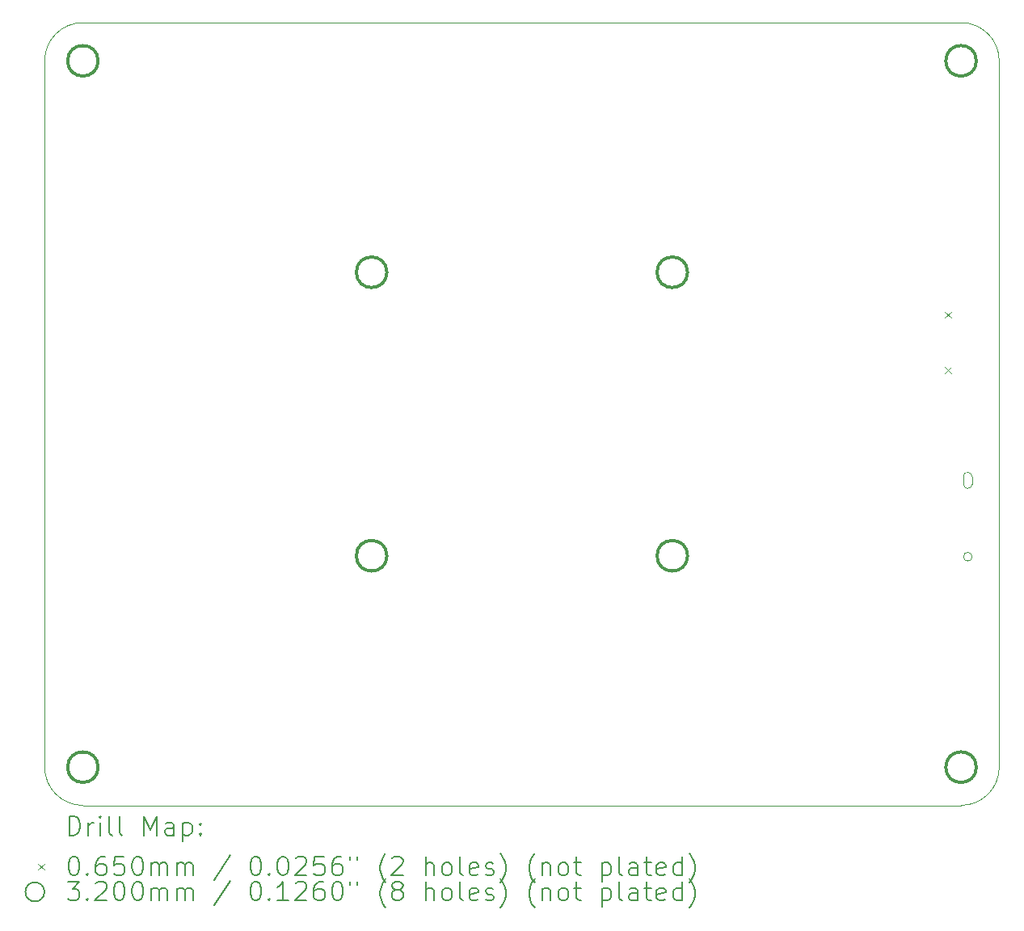
<source format=gbr>
%TF.GenerationSoftware,KiCad,Pcbnew,8.0.6*%
%TF.CreationDate,2025-02-09T14:36:33-03:00*%
%TF.ProjectId,EMBARCADOS - CURSO PCB,454d4241-5243-4414-944f-53202d204355,02*%
%TF.SameCoordinates,Original*%
%TF.FileFunction,Drillmap*%
%TF.FilePolarity,Positive*%
%FSLAX45Y45*%
G04 Gerber Fmt 4.5, Leading zero omitted, Abs format (unit mm)*
G04 Created by KiCad (PCBNEW 8.0.6) date 2025-02-09 14:36:33*
%MOMM*%
%LPD*%
G01*
G04 APERTURE LIST*
%ADD10C,0.050000*%
%ADD11C,0.200000*%
%ADD12C,0.100000*%
%ADD13C,0.320000*%
G04 APERTURE END LIST*
D10*
X10002000Y-10874063D02*
X10002000Y-3474062D01*
X19602000Y-3074062D02*
G75*
G02*
X20001998Y-3474062I0J-399998D01*
G01*
X10402000Y-3074062D02*
X19602000Y-3074062D01*
X19602000Y-11274062D02*
X10402000Y-11274062D01*
X10402000Y-11274062D02*
G75*
G02*
X10001998Y-10874063I0J400002D01*
G01*
X10002000Y-3474062D02*
G75*
G02*
X10402000Y-3074060I400000J3D01*
G01*
X20002000Y-10874063D02*
G75*
G02*
X19602000Y-11274060I-400000J3D01*
G01*
X20002000Y-3474062D02*
X20002000Y-10874063D01*
X13587000Y-5689062D02*
G75*
G02*
X13267000Y-5689062I-160000J0D01*
G01*
X13267000Y-5689062D02*
G75*
G02*
X13587000Y-5689062I160000J0D01*
G01*
X13587000Y-8659063D02*
G75*
G02*
X13267000Y-8659063I-160000J0D01*
G01*
X13267000Y-8659063D02*
G75*
G02*
X13587000Y-8659063I160000J0D01*
G01*
X16737000Y-5689062D02*
G75*
G02*
X16417000Y-5689062I-160000J0D01*
G01*
X16417000Y-5689062D02*
G75*
G02*
X16737000Y-5689062I160000J0D01*
G01*
X16737000Y-8659063D02*
G75*
G02*
X16417000Y-8659063I-160000J0D01*
G01*
X16417000Y-8659063D02*
G75*
G02*
X16737000Y-8659063I160000J0D01*
G01*
X19627000Y-7909062D02*
X19627000Y-7829062D01*
X19717000Y-7829062D02*
X19717000Y-7909062D01*
X19627000Y-7829062D02*
G75*
G02*
X19717000Y-7829062I45000J0D01*
G01*
X19717000Y-7909062D02*
G75*
G02*
X19627000Y-7909062I-45000J0D01*
G01*
X19717000Y-8669063D02*
G75*
G02*
X19627000Y-8669063I-45000J0D01*
G01*
X19627000Y-8669063D02*
G75*
G02*
X19717000Y-8669063I45000J0D01*
G01*
D11*
D12*
X19434000Y-6102562D02*
X19499000Y-6167562D01*
X19499000Y-6102562D02*
X19434000Y-6167562D01*
X19434000Y-6680562D02*
X19499000Y-6745562D01*
X19499000Y-6680562D02*
X19434000Y-6745562D01*
D13*
X10562000Y-3474062D02*
G75*
G02*
X10242000Y-3474062I-160000J0D01*
G01*
X10242000Y-3474062D02*
G75*
G02*
X10562000Y-3474062I160000J0D01*
G01*
X10562000Y-10874063D02*
G75*
G02*
X10242000Y-10874063I-160000J0D01*
G01*
X10242000Y-10874063D02*
G75*
G02*
X10562000Y-10874063I160000J0D01*
G01*
X13587000Y-5689062D02*
G75*
G02*
X13267000Y-5689062I-160000J0D01*
G01*
X13267000Y-5689062D02*
G75*
G02*
X13587000Y-5689062I160000J0D01*
G01*
X13587000Y-8659063D02*
G75*
G02*
X13267000Y-8659063I-160000J0D01*
G01*
X13267000Y-8659063D02*
G75*
G02*
X13587000Y-8659063I160000J0D01*
G01*
X16737000Y-5689062D02*
G75*
G02*
X16417000Y-5689062I-160000J0D01*
G01*
X16417000Y-5689062D02*
G75*
G02*
X16737000Y-5689062I160000J0D01*
G01*
X16737000Y-8659063D02*
G75*
G02*
X16417000Y-8659063I-160000J0D01*
G01*
X16417000Y-8659063D02*
G75*
G02*
X16737000Y-8659063I160000J0D01*
G01*
X19762000Y-3474062D02*
G75*
G02*
X19442000Y-3474062I-160000J0D01*
G01*
X19442000Y-3474062D02*
G75*
G02*
X19762000Y-3474062I160000J0D01*
G01*
X19762000Y-10874063D02*
G75*
G02*
X19442000Y-10874063I-160000J0D01*
G01*
X19442000Y-10874063D02*
G75*
G02*
X19762000Y-10874063I160000J0D01*
G01*
D11*
X10260277Y-11588046D02*
X10260277Y-11388046D01*
X10260277Y-11388046D02*
X10307896Y-11388046D01*
X10307896Y-11388046D02*
X10336467Y-11397570D01*
X10336467Y-11397570D02*
X10355515Y-11416618D01*
X10355515Y-11416618D02*
X10365039Y-11435665D01*
X10365039Y-11435665D02*
X10374563Y-11473760D01*
X10374563Y-11473760D02*
X10374563Y-11502332D01*
X10374563Y-11502332D02*
X10365039Y-11540427D01*
X10365039Y-11540427D02*
X10355515Y-11559475D01*
X10355515Y-11559475D02*
X10336467Y-11578522D01*
X10336467Y-11578522D02*
X10307896Y-11588046D01*
X10307896Y-11588046D02*
X10260277Y-11588046D01*
X10460277Y-11588046D02*
X10460277Y-11454713D01*
X10460277Y-11492808D02*
X10469801Y-11473760D01*
X10469801Y-11473760D02*
X10479324Y-11464237D01*
X10479324Y-11464237D02*
X10498372Y-11454713D01*
X10498372Y-11454713D02*
X10517420Y-11454713D01*
X10584086Y-11588046D02*
X10584086Y-11454713D01*
X10584086Y-11388046D02*
X10574563Y-11397570D01*
X10574563Y-11397570D02*
X10584086Y-11407094D01*
X10584086Y-11407094D02*
X10593610Y-11397570D01*
X10593610Y-11397570D02*
X10584086Y-11388046D01*
X10584086Y-11388046D02*
X10584086Y-11407094D01*
X10707896Y-11588046D02*
X10688848Y-11578522D01*
X10688848Y-11578522D02*
X10679324Y-11559475D01*
X10679324Y-11559475D02*
X10679324Y-11388046D01*
X10812658Y-11588046D02*
X10793610Y-11578522D01*
X10793610Y-11578522D02*
X10784086Y-11559475D01*
X10784086Y-11559475D02*
X10784086Y-11388046D01*
X11041229Y-11588046D02*
X11041229Y-11388046D01*
X11041229Y-11388046D02*
X11107896Y-11530903D01*
X11107896Y-11530903D02*
X11174563Y-11388046D01*
X11174563Y-11388046D02*
X11174563Y-11588046D01*
X11355515Y-11588046D02*
X11355515Y-11483284D01*
X11355515Y-11483284D02*
X11345991Y-11464237D01*
X11345991Y-11464237D02*
X11326943Y-11454713D01*
X11326943Y-11454713D02*
X11288848Y-11454713D01*
X11288848Y-11454713D02*
X11269801Y-11464237D01*
X11355515Y-11578522D02*
X11336467Y-11588046D01*
X11336467Y-11588046D02*
X11288848Y-11588046D01*
X11288848Y-11588046D02*
X11269801Y-11578522D01*
X11269801Y-11578522D02*
X11260277Y-11559475D01*
X11260277Y-11559475D02*
X11260277Y-11540427D01*
X11260277Y-11540427D02*
X11269801Y-11521380D01*
X11269801Y-11521380D02*
X11288848Y-11511856D01*
X11288848Y-11511856D02*
X11336467Y-11511856D01*
X11336467Y-11511856D02*
X11355515Y-11502332D01*
X11450753Y-11454713D02*
X11450753Y-11654713D01*
X11450753Y-11464237D02*
X11469801Y-11454713D01*
X11469801Y-11454713D02*
X11507896Y-11454713D01*
X11507896Y-11454713D02*
X11526943Y-11464237D01*
X11526943Y-11464237D02*
X11536467Y-11473760D01*
X11536467Y-11473760D02*
X11545991Y-11492808D01*
X11545991Y-11492808D02*
X11545991Y-11549951D01*
X11545991Y-11549951D02*
X11536467Y-11568999D01*
X11536467Y-11568999D02*
X11526943Y-11578522D01*
X11526943Y-11578522D02*
X11507896Y-11588046D01*
X11507896Y-11588046D02*
X11469801Y-11588046D01*
X11469801Y-11588046D02*
X11450753Y-11578522D01*
X11631705Y-11568999D02*
X11641229Y-11578522D01*
X11641229Y-11578522D02*
X11631705Y-11588046D01*
X11631705Y-11588046D02*
X11622182Y-11578522D01*
X11622182Y-11578522D02*
X11631705Y-11568999D01*
X11631705Y-11568999D02*
X11631705Y-11588046D01*
X11631705Y-11464237D02*
X11641229Y-11473760D01*
X11641229Y-11473760D02*
X11631705Y-11483284D01*
X11631705Y-11483284D02*
X11622182Y-11473760D01*
X11622182Y-11473760D02*
X11631705Y-11464237D01*
X11631705Y-11464237D02*
X11631705Y-11483284D01*
D12*
X9934500Y-11884062D02*
X9999500Y-11949062D01*
X9999500Y-11884062D02*
X9934500Y-11949062D01*
D11*
X10298372Y-11808046D02*
X10317420Y-11808046D01*
X10317420Y-11808046D02*
X10336467Y-11817570D01*
X10336467Y-11817570D02*
X10345991Y-11827094D01*
X10345991Y-11827094D02*
X10355515Y-11846141D01*
X10355515Y-11846141D02*
X10365039Y-11884237D01*
X10365039Y-11884237D02*
X10365039Y-11931856D01*
X10365039Y-11931856D02*
X10355515Y-11969951D01*
X10355515Y-11969951D02*
X10345991Y-11988999D01*
X10345991Y-11988999D02*
X10336467Y-11998522D01*
X10336467Y-11998522D02*
X10317420Y-12008046D01*
X10317420Y-12008046D02*
X10298372Y-12008046D01*
X10298372Y-12008046D02*
X10279324Y-11998522D01*
X10279324Y-11998522D02*
X10269801Y-11988999D01*
X10269801Y-11988999D02*
X10260277Y-11969951D01*
X10260277Y-11969951D02*
X10250753Y-11931856D01*
X10250753Y-11931856D02*
X10250753Y-11884237D01*
X10250753Y-11884237D02*
X10260277Y-11846141D01*
X10260277Y-11846141D02*
X10269801Y-11827094D01*
X10269801Y-11827094D02*
X10279324Y-11817570D01*
X10279324Y-11817570D02*
X10298372Y-11808046D01*
X10450753Y-11988999D02*
X10460277Y-11998522D01*
X10460277Y-11998522D02*
X10450753Y-12008046D01*
X10450753Y-12008046D02*
X10441229Y-11998522D01*
X10441229Y-11998522D02*
X10450753Y-11988999D01*
X10450753Y-11988999D02*
X10450753Y-12008046D01*
X10631705Y-11808046D02*
X10593610Y-11808046D01*
X10593610Y-11808046D02*
X10574563Y-11817570D01*
X10574563Y-11817570D02*
X10565039Y-11827094D01*
X10565039Y-11827094D02*
X10545991Y-11855665D01*
X10545991Y-11855665D02*
X10536467Y-11893760D01*
X10536467Y-11893760D02*
X10536467Y-11969951D01*
X10536467Y-11969951D02*
X10545991Y-11988999D01*
X10545991Y-11988999D02*
X10555515Y-11998522D01*
X10555515Y-11998522D02*
X10574563Y-12008046D01*
X10574563Y-12008046D02*
X10612658Y-12008046D01*
X10612658Y-12008046D02*
X10631705Y-11998522D01*
X10631705Y-11998522D02*
X10641229Y-11988999D01*
X10641229Y-11988999D02*
X10650753Y-11969951D01*
X10650753Y-11969951D02*
X10650753Y-11922332D01*
X10650753Y-11922332D02*
X10641229Y-11903284D01*
X10641229Y-11903284D02*
X10631705Y-11893760D01*
X10631705Y-11893760D02*
X10612658Y-11884237D01*
X10612658Y-11884237D02*
X10574563Y-11884237D01*
X10574563Y-11884237D02*
X10555515Y-11893760D01*
X10555515Y-11893760D02*
X10545991Y-11903284D01*
X10545991Y-11903284D02*
X10536467Y-11922332D01*
X10831705Y-11808046D02*
X10736467Y-11808046D01*
X10736467Y-11808046D02*
X10726944Y-11903284D01*
X10726944Y-11903284D02*
X10736467Y-11893760D01*
X10736467Y-11893760D02*
X10755515Y-11884237D01*
X10755515Y-11884237D02*
X10803134Y-11884237D01*
X10803134Y-11884237D02*
X10822182Y-11893760D01*
X10822182Y-11893760D02*
X10831705Y-11903284D01*
X10831705Y-11903284D02*
X10841229Y-11922332D01*
X10841229Y-11922332D02*
X10841229Y-11969951D01*
X10841229Y-11969951D02*
X10831705Y-11988999D01*
X10831705Y-11988999D02*
X10822182Y-11998522D01*
X10822182Y-11998522D02*
X10803134Y-12008046D01*
X10803134Y-12008046D02*
X10755515Y-12008046D01*
X10755515Y-12008046D02*
X10736467Y-11998522D01*
X10736467Y-11998522D02*
X10726944Y-11988999D01*
X10965039Y-11808046D02*
X10984086Y-11808046D01*
X10984086Y-11808046D02*
X11003134Y-11817570D01*
X11003134Y-11817570D02*
X11012658Y-11827094D01*
X11012658Y-11827094D02*
X11022182Y-11846141D01*
X11022182Y-11846141D02*
X11031705Y-11884237D01*
X11031705Y-11884237D02*
X11031705Y-11931856D01*
X11031705Y-11931856D02*
X11022182Y-11969951D01*
X11022182Y-11969951D02*
X11012658Y-11988999D01*
X11012658Y-11988999D02*
X11003134Y-11998522D01*
X11003134Y-11998522D02*
X10984086Y-12008046D01*
X10984086Y-12008046D02*
X10965039Y-12008046D01*
X10965039Y-12008046D02*
X10945991Y-11998522D01*
X10945991Y-11998522D02*
X10936467Y-11988999D01*
X10936467Y-11988999D02*
X10926944Y-11969951D01*
X10926944Y-11969951D02*
X10917420Y-11931856D01*
X10917420Y-11931856D02*
X10917420Y-11884237D01*
X10917420Y-11884237D02*
X10926944Y-11846141D01*
X10926944Y-11846141D02*
X10936467Y-11827094D01*
X10936467Y-11827094D02*
X10945991Y-11817570D01*
X10945991Y-11817570D02*
X10965039Y-11808046D01*
X11117420Y-12008046D02*
X11117420Y-11874713D01*
X11117420Y-11893760D02*
X11126944Y-11884237D01*
X11126944Y-11884237D02*
X11145991Y-11874713D01*
X11145991Y-11874713D02*
X11174563Y-11874713D01*
X11174563Y-11874713D02*
X11193610Y-11884237D01*
X11193610Y-11884237D02*
X11203134Y-11903284D01*
X11203134Y-11903284D02*
X11203134Y-12008046D01*
X11203134Y-11903284D02*
X11212658Y-11884237D01*
X11212658Y-11884237D02*
X11231705Y-11874713D01*
X11231705Y-11874713D02*
X11260277Y-11874713D01*
X11260277Y-11874713D02*
X11279324Y-11884237D01*
X11279324Y-11884237D02*
X11288848Y-11903284D01*
X11288848Y-11903284D02*
X11288848Y-12008046D01*
X11384086Y-12008046D02*
X11384086Y-11874713D01*
X11384086Y-11893760D02*
X11393610Y-11884237D01*
X11393610Y-11884237D02*
X11412658Y-11874713D01*
X11412658Y-11874713D02*
X11441229Y-11874713D01*
X11441229Y-11874713D02*
X11460277Y-11884237D01*
X11460277Y-11884237D02*
X11469801Y-11903284D01*
X11469801Y-11903284D02*
X11469801Y-12008046D01*
X11469801Y-11903284D02*
X11479324Y-11884237D01*
X11479324Y-11884237D02*
X11498372Y-11874713D01*
X11498372Y-11874713D02*
X11526943Y-11874713D01*
X11526943Y-11874713D02*
X11545991Y-11884237D01*
X11545991Y-11884237D02*
X11555515Y-11903284D01*
X11555515Y-11903284D02*
X11555515Y-12008046D01*
X11945991Y-11798522D02*
X11774563Y-12055665D01*
X12203134Y-11808046D02*
X12222182Y-11808046D01*
X12222182Y-11808046D02*
X12241229Y-11817570D01*
X12241229Y-11817570D02*
X12250753Y-11827094D01*
X12250753Y-11827094D02*
X12260277Y-11846141D01*
X12260277Y-11846141D02*
X12269801Y-11884237D01*
X12269801Y-11884237D02*
X12269801Y-11931856D01*
X12269801Y-11931856D02*
X12260277Y-11969951D01*
X12260277Y-11969951D02*
X12250753Y-11988999D01*
X12250753Y-11988999D02*
X12241229Y-11998522D01*
X12241229Y-11998522D02*
X12222182Y-12008046D01*
X12222182Y-12008046D02*
X12203134Y-12008046D01*
X12203134Y-12008046D02*
X12184086Y-11998522D01*
X12184086Y-11998522D02*
X12174563Y-11988999D01*
X12174563Y-11988999D02*
X12165039Y-11969951D01*
X12165039Y-11969951D02*
X12155515Y-11931856D01*
X12155515Y-11931856D02*
X12155515Y-11884237D01*
X12155515Y-11884237D02*
X12165039Y-11846141D01*
X12165039Y-11846141D02*
X12174563Y-11827094D01*
X12174563Y-11827094D02*
X12184086Y-11817570D01*
X12184086Y-11817570D02*
X12203134Y-11808046D01*
X12355515Y-11988999D02*
X12365039Y-11998522D01*
X12365039Y-11998522D02*
X12355515Y-12008046D01*
X12355515Y-12008046D02*
X12345991Y-11998522D01*
X12345991Y-11998522D02*
X12355515Y-11988999D01*
X12355515Y-11988999D02*
X12355515Y-12008046D01*
X12488848Y-11808046D02*
X12507896Y-11808046D01*
X12507896Y-11808046D02*
X12526944Y-11817570D01*
X12526944Y-11817570D02*
X12536467Y-11827094D01*
X12536467Y-11827094D02*
X12545991Y-11846141D01*
X12545991Y-11846141D02*
X12555515Y-11884237D01*
X12555515Y-11884237D02*
X12555515Y-11931856D01*
X12555515Y-11931856D02*
X12545991Y-11969951D01*
X12545991Y-11969951D02*
X12536467Y-11988999D01*
X12536467Y-11988999D02*
X12526944Y-11998522D01*
X12526944Y-11998522D02*
X12507896Y-12008046D01*
X12507896Y-12008046D02*
X12488848Y-12008046D01*
X12488848Y-12008046D02*
X12469801Y-11998522D01*
X12469801Y-11998522D02*
X12460277Y-11988999D01*
X12460277Y-11988999D02*
X12450753Y-11969951D01*
X12450753Y-11969951D02*
X12441229Y-11931856D01*
X12441229Y-11931856D02*
X12441229Y-11884237D01*
X12441229Y-11884237D02*
X12450753Y-11846141D01*
X12450753Y-11846141D02*
X12460277Y-11827094D01*
X12460277Y-11827094D02*
X12469801Y-11817570D01*
X12469801Y-11817570D02*
X12488848Y-11808046D01*
X12631706Y-11827094D02*
X12641229Y-11817570D01*
X12641229Y-11817570D02*
X12660277Y-11808046D01*
X12660277Y-11808046D02*
X12707896Y-11808046D01*
X12707896Y-11808046D02*
X12726944Y-11817570D01*
X12726944Y-11817570D02*
X12736467Y-11827094D01*
X12736467Y-11827094D02*
X12745991Y-11846141D01*
X12745991Y-11846141D02*
X12745991Y-11865189D01*
X12745991Y-11865189D02*
X12736467Y-11893760D01*
X12736467Y-11893760D02*
X12622182Y-12008046D01*
X12622182Y-12008046D02*
X12745991Y-12008046D01*
X12926944Y-11808046D02*
X12831706Y-11808046D01*
X12831706Y-11808046D02*
X12822182Y-11903284D01*
X12822182Y-11903284D02*
X12831706Y-11893760D01*
X12831706Y-11893760D02*
X12850753Y-11884237D01*
X12850753Y-11884237D02*
X12898372Y-11884237D01*
X12898372Y-11884237D02*
X12917420Y-11893760D01*
X12917420Y-11893760D02*
X12926944Y-11903284D01*
X12926944Y-11903284D02*
X12936467Y-11922332D01*
X12936467Y-11922332D02*
X12936467Y-11969951D01*
X12936467Y-11969951D02*
X12926944Y-11988999D01*
X12926944Y-11988999D02*
X12917420Y-11998522D01*
X12917420Y-11998522D02*
X12898372Y-12008046D01*
X12898372Y-12008046D02*
X12850753Y-12008046D01*
X12850753Y-12008046D02*
X12831706Y-11998522D01*
X12831706Y-11998522D02*
X12822182Y-11988999D01*
X13107896Y-11808046D02*
X13069801Y-11808046D01*
X13069801Y-11808046D02*
X13050753Y-11817570D01*
X13050753Y-11817570D02*
X13041229Y-11827094D01*
X13041229Y-11827094D02*
X13022182Y-11855665D01*
X13022182Y-11855665D02*
X13012658Y-11893760D01*
X13012658Y-11893760D02*
X13012658Y-11969951D01*
X13012658Y-11969951D02*
X13022182Y-11988999D01*
X13022182Y-11988999D02*
X13031706Y-11998522D01*
X13031706Y-11998522D02*
X13050753Y-12008046D01*
X13050753Y-12008046D02*
X13088848Y-12008046D01*
X13088848Y-12008046D02*
X13107896Y-11998522D01*
X13107896Y-11998522D02*
X13117420Y-11988999D01*
X13117420Y-11988999D02*
X13126944Y-11969951D01*
X13126944Y-11969951D02*
X13126944Y-11922332D01*
X13126944Y-11922332D02*
X13117420Y-11903284D01*
X13117420Y-11903284D02*
X13107896Y-11893760D01*
X13107896Y-11893760D02*
X13088848Y-11884237D01*
X13088848Y-11884237D02*
X13050753Y-11884237D01*
X13050753Y-11884237D02*
X13031706Y-11893760D01*
X13031706Y-11893760D02*
X13022182Y-11903284D01*
X13022182Y-11903284D02*
X13012658Y-11922332D01*
X13203134Y-11808046D02*
X13203134Y-11846141D01*
X13279325Y-11808046D02*
X13279325Y-11846141D01*
X13574563Y-12084237D02*
X13565039Y-12074713D01*
X13565039Y-12074713D02*
X13545991Y-12046141D01*
X13545991Y-12046141D02*
X13536468Y-12027094D01*
X13536468Y-12027094D02*
X13526944Y-11998522D01*
X13526944Y-11998522D02*
X13517420Y-11950903D01*
X13517420Y-11950903D02*
X13517420Y-11912808D01*
X13517420Y-11912808D02*
X13526944Y-11865189D01*
X13526944Y-11865189D02*
X13536468Y-11836618D01*
X13536468Y-11836618D02*
X13545991Y-11817570D01*
X13545991Y-11817570D02*
X13565039Y-11788999D01*
X13565039Y-11788999D02*
X13574563Y-11779475D01*
X13641229Y-11827094D02*
X13650753Y-11817570D01*
X13650753Y-11817570D02*
X13669801Y-11808046D01*
X13669801Y-11808046D02*
X13717420Y-11808046D01*
X13717420Y-11808046D02*
X13736468Y-11817570D01*
X13736468Y-11817570D02*
X13745991Y-11827094D01*
X13745991Y-11827094D02*
X13755515Y-11846141D01*
X13755515Y-11846141D02*
X13755515Y-11865189D01*
X13755515Y-11865189D02*
X13745991Y-11893760D01*
X13745991Y-11893760D02*
X13631706Y-12008046D01*
X13631706Y-12008046D02*
X13755515Y-12008046D01*
X13993610Y-12008046D02*
X13993610Y-11808046D01*
X14079325Y-12008046D02*
X14079325Y-11903284D01*
X14079325Y-11903284D02*
X14069801Y-11884237D01*
X14069801Y-11884237D02*
X14050753Y-11874713D01*
X14050753Y-11874713D02*
X14022182Y-11874713D01*
X14022182Y-11874713D02*
X14003134Y-11884237D01*
X14003134Y-11884237D02*
X13993610Y-11893760D01*
X14203134Y-12008046D02*
X14184087Y-11998522D01*
X14184087Y-11998522D02*
X14174563Y-11988999D01*
X14174563Y-11988999D02*
X14165039Y-11969951D01*
X14165039Y-11969951D02*
X14165039Y-11912808D01*
X14165039Y-11912808D02*
X14174563Y-11893760D01*
X14174563Y-11893760D02*
X14184087Y-11884237D01*
X14184087Y-11884237D02*
X14203134Y-11874713D01*
X14203134Y-11874713D02*
X14231706Y-11874713D01*
X14231706Y-11874713D02*
X14250753Y-11884237D01*
X14250753Y-11884237D02*
X14260277Y-11893760D01*
X14260277Y-11893760D02*
X14269801Y-11912808D01*
X14269801Y-11912808D02*
X14269801Y-11969951D01*
X14269801Y-11969951D02*
X14260277Y-11988999D01*
X14260277Y-11988999D02*
X14250753Y-11998522D01*
X14250753Y-11998522D02*
X14231706Y-12008046D01*
X14231706Y-12008046D02*
X14203134Y-12008046D01*
X14384087Y-12008046D02*
X14365039Y-11998522D01*
X14365039Y-11998522D02*
X14355515Y-11979475D01*
X14355515Y-11979475D02*
X14355515Y-11808046D01*
X14536468Y-11998522D02*
X14517420Y-12008046D01*
X14517420Y-12008046D02*
X14479325Y-12008046D01*
X14479325Y-12008046D02*
X14460277Y-11998522D01*
X14460277Y-11998522D02*
X14450753Y-11979475D01*
X14450753Y-11979475D02*
X14450753Y-11903284D01*
X14450753Y-11903284D02*
X14460277Y-11884237D01*
X14460277Y-11884237D02*
X14479325Y-11874713D01*
X14479325Y-11874713D02*
X14517420Y-11874713D01*
X14517420Y-11874713D02*
X14536468Y-11884237D01*
X14536468Y-11884237D02*
X14545991Y-11903284D01*
X14545991Y-11903284D02*
X14545991Y-11922332D01*
X14545991Y-11922332D02*
X14450753Y-11941380D01*
X14622182Y-11998522D02*
X14641230Y-12008046D01*
X14641230Y-12008046D02*
X14679325Y-12008046D01*
X14679325Y-12008046D02*
X14698372Y-11998522D01*
X14698372Y-11998522D02*
X14707896Y-11979475D01*
X14707896Y-11979475D02*
X14707896Y-11969951D01*
X14707896Y-11969951D02*
X14698372Y-11950903D01*
X14698372Y-11950903D02*
X14679325Y-11941380D01*
X14679325Y-11941380D02*
X14650753Y-11941380D01*
X14650753Y-11941380D02*
X14631706Y-11931856D01*
X14631706Y-11931856D02*
X14622182Y-11912808D01*
X14622182Y-11912808D02*
X14622182Y-11903284D01*
X14622182Y-11903284D02*
X14631706Y-11884237D01*
X14631706Y-11884237D02*
X14650753Y-11874713D01*
X14650753Y-11874713D02*
X14679325Y-11874713D01*
X14679325Y-11874713D02*
X14698372Y-11884237D01*
X14774563Y-12084237D02*
X14784087Y-12074713D01*
X14784087Y-12074713D02*
X14803134Y-12046141D01*
X14803134Y-12046141D02*
X14812658Y-12027094D01*
X14812658Y-12027094D02*
X14822182Y-11998522D01*
X14822182Y-11998522D02*
X14831706Y-11950903D01*
X14831706Y-11950903D02*
X14831706Y-11912808D01*
X14831706Y-11912808D02*
X14822182Y-11865189D01*
X14822182Y-11865189D02*
X14812658Y-11836618D01*
X14812658Y-11836618D02*
X14803134Y-11817570D01*
X14803134Y-11817570D02*
X14784087Y-11788999D01*
X14784087Y-11788999D02*
X14774563Y-11779475D01*
X15136468Y-12084237D02*
X15126944Y-12074713D01*
X15126944Y-12074713D02*
X15107896Y-12046141D01*
X15107896Y-12046141D02*
X15098372Y-12027094D01*
X15098372Y-12027094D02*
X15088849Y-11998522D01*
X15088849Y-11998522D02*
X15079325Y-11950903D01*
X15079325Y-11950903D02*
X15079325Y-11912808D01*
X15079325Y-11912808D02*
X15088849Y-11865189D01*
X15088849Y-11865189D02*
X15098372Y-11836618D01*
X15098372Y-11836618D02*
X15107896Y-11817570D01*
X15107896Y-11817570D02*
X15126944Y-11788999D01*
X15126944Y-11788999D02*
X15136468Y-11779475D01*
X15212658Y-11874713D02*
X15212658Y-12008046D01*
X15212658Y-11893760D02*
X15222182Y-11884237D01*
X15222182Y-11884237D02*
X15241230Y-11874713D01*
X15241230Y-11874713D02*
X15269801Y-11874713D01*
X15269801Y-11874713D02*
X15288849Y-11884237D01*
X15288849Y-11884237D02*
X15298372Y-11903284D01*
X15298372Y-11903284D02*
X15298372Y-12008046D01*
X15422182Y-12008046D02*
X15403134Y-11998522D01*
X15403134Y-11998522D02*
X15393611Y-11988999D01*
X15393611Y-11988999D02*
X15384087Y-11969951D01*
X15384087Y-11969951D02*
X15384087Y-11912808D01*
X15384087Y-11912808D02*
X15393611Y-11893760D01*
X15393611Y-11893760D02*
X15403134Y-11884237D01*
X15403134Y-11884237D02*
X15422182Y-11874713D01*
X15422182Y-11874713D02*
X15450753Y-11874713D01*
X15450753Y-11874713D02*
X15469801Y-11884237D01*
X15469801Y-11884237D02*
X15479325Y-11893760D01*
X15479325Y-11893760D02*
X15488849Y-11912808D01*
X15488849Y-11912808D02*
X15488849Y-11969951D01*
X15488849Y-11969951D02*
X15479325Y-11988999D01*
X15479325Y-11988999D02*
X15469801Y-11998522D01*
X15469801Y-11998522D02*
X15450753Y-12008046D01*
X15450753Y-12008046D02*
X15422182Y-12008046D01*
X15545992Y-11874713D02*
X15622182Y-11874713D01*
X15574563Y-11808046D02*
X15574563Y-11979475D01*
X15574563Y-11979475D02*
X15584087Y-11998522D01*
X15584087Y-11998522D02*
X15603134Y-12008046D01*
X15603134Y-12008046D02*
X15622182Y-12008046D01*
X15841230Y-11874713D02*
X15841230Y-12074713D01*
X15841230Y-11884237D02*
X15860277Y-11874713D01*
X15860277Y-11874713D02*
X15898373Y-11874713D01*
X15898373Y-11874713D02*
X15917420Y-11884237D01*
X15917420Y-11884237D02*
X15926944Y-11893760D01*
X15926944Y-11893760D02*
X15936468Y-11912808D01*
X15936468Y-11912808D02*
X15936468Y-11969951D01*
X15936468Y-11969951D02*
X15926944Y-11988999D01*
X15926944Y-11988999D02*
X15917420Y-11998522D01*
X15917420Y-11998522D02*
X15898373Y-12008046D01*
X15898373Y-12008046D02*
X15860277Y-12008046D01*
X15860277Y-12008046D02*
X15841230Y-11998522D01*
X16050753Y-12008046D02*
X16031706Y-11998522D01*
X16031706Y-11998522D02*
X16022182Y-11979475D01*
X16022182Y-11979475D02*
X16022182Y-11808046D01*
X16212658Y-12008046D02*
X16212658Y-11903284D01*
X16212658Y-11903284D02*
X16203134Y-11884237D01*
X16203134Y-11884237D02*
X16184087Y-11874713D01*
X16184087Y-11874713D02*
X16145992Y-11874713D01*
X16145992Y-11874713D02*
X16126944Y-11884237D01*
X16212658Y-11998522D02*
X16193611Y-12008046D01*
X16193611Y-12008046D02*
X16145992Y-12008046D01*
X16145992Y-12008046D02*
X16126944Y-11998522D01*
X16126944Y-11998522D02*
X16117420Y-11979475D01*
X16117420Y-11979475D02*
X16117420Y-11960427D01*
X16117420Y-11960427D02*
X16126944Y-11941380D01*
X16126944Y-11941380D02*
X16145992Y-11931856D01*
X16145992Y-11931856D02*
X16193611Y-11931856D01*
X16193611Y-11931856D02*
X16212658Y-11922332D01*
X16279325Y-11874713D02*
X16355515Y-11874713D01*
X16307896Y-11808046D02*
X16307896Y-11979475D01*
X16307896Y-11979475D02*
X16317420Y-11998522D01*
X16317420Y-11998522D02*
X16336468Y-12008046D01*
X16336468Y-12008046D02*
X16355515Y-12008046D01*
X16498373Y-11998522D02*
X16479325Y-12008046D01*
X16479325Y-12008046D02*
X16441230Y-12008046D01*
X16441230Y-12008046D02*
X16422182Y-11998522D01*
X16422182Y-11998522D02*
X16412658Y-11979475D01*
X16412658Y-11979475D02*
X16412658Y-11903284D01*
X16412658Y-11903284D02*
X16422182Y-11884237D01*
X16422182Y-11884237D02*
X16441230Y-11874713D01*
X16441230Y-11874713D02*
X16479325Y-11874713D01*
X16479325Y-11874713D02*
X16498373Y-11884237D01*
X16498373Y-11884237D02*
X16507896Y-11903284D01*
X16507896Y-11903284D02*
X16507896Y-11922332D01*
X16507896Y-11922332D02*
X16412658Y-11941380D01*
X16679325Y-12008046D02*
X16679325Y-11808046D01*
X16679325Y-11998522D02*
X16660277Y-12008046D01*
X16660277Y-12008046D02*
X16622182Y-12008046D01*
X16622182Y-12008046D02*
X16603134Y-11998522D01*
X16603134Y-11998522D02*
X16593611Y-11988999D01*
X16593611Y-11988999D02*
X16584087Y-11969951D01*
X16584087Y-11969951D02*
X16584087Y-11912808D01*
X16584087Y-11912808D02*
X16593611Y-11893760D01*
X16593611Y-11893760D02*
X16603134Y-11884237D01*
X16603134Y-11884237D02*
X16622182Y-11874713D01*
X16622182Y-11874713D02*
X16660277Y-11874713D01*
X16660277Y-11874713D02*
X16679325Y-11884237D01*
X16755515Y-12084237D02*
X16765039Y-12074713D01*
X16765039Y-12074713D02*
X16784087Y-12046141D01*
X16784087Y-12046141D02*
X16793611Y-12027094D01*
X16793611Y-12027094D02*
X16803135Y-11998522D01*
X16803135Y-11998522D02*
X16812658Y-11950903D01*
X16812658Y-11950903D02*
X16812658Y-11912808D01*
X16812658Y-11912808D02*
X16803135Y-11865189D01*
X16803135Y-11865189D02*
X16793611Y-11836618D01*
X16793611Y-11836618D02*
X16784087Y-11817570D01*
X16784087Y-11817570D02*
X16765039Y-11788999D01*
X16765039Y-11788999D02*
X16755515Y-11779475D01*
X9999500Y-12180562D02*
G75*
G02*
X9799500Y-12180562I-100000J0D01*
G01*
X9799500Y-12180562D02*
G75*
G02*
X9999500Y-12180562I100000J0D01*
G01*
X10241229Y-12072046D02*
X10365039Y-12072046D01*
X10365039Y-12072046D02*
X10298372Y-12148237D01*
X10298372Y-12148237D02*
X10326944Y-12148237D01*
X10326944Y-12148237D02*
X10345991Y-12157760D01*
X10345991Y-12157760D02*
X10355515Y-12167284D01*
X10355515Y-12167284D02*
X10365039Y-12186332D01*
X10365039Y-12186332D02*
X10365039Y-12233951D01*
X10365039Y-12233951D02*
X10355515Y-12252999D01*
X10355515Y-12252999D02*
X10345991Y-12262522D01*
X10345991Y-12262522D02*
X10326944Y-12272046D01*
X10326944Y-12272046D02*
X10269801Y-12272046D01*
X10269801Y-12272046D02*
X10250753Y-12262522D01*
X10250753Y-12262522D02*
X10241229Y-12252999D01*
X10450753Y-12252999D02*
X10460277Y-12262522D01*
X10460277Y-12262522D02*
X10450753Y-12272046D01*
X10450753Y-12272046D02*
X10441229Y-12262522D01*
X10441229Y-12262522D02*
X10450753Y-12252999D01*
X10450753Y-12252999D02*
X10450753Y-12272046D01*
X10536467Y-12091094D02*
X10545991Y-12081570D01*
X10545991Y-12081570D02*
X10565039Y-12072046D01*
X10565039Y-12072046D02*
X10612658Y-12072046D01*
X10612658Y-12072046D02*
X10631705Y-12081570D01*
X10631705Y-12081570D02*
X10641229Y-12091094D01*
X10641229Y-12091094D02*
X10650753Y-12110141D01*
X10650753Y-12110141D02*
X10650753Y-12129189D01*
X10650753Y-12129189D02*
X10641229Y-12157760D01*
X10641229Y-12157760D02*
X10526944Y-12272046D01*
X10526944Y-12272046D02*
X10650753Y-12272046D01*
X10774563Y-12072046D02*
X10793610Y-12072046D01*
X10793610Y-12072046D02*
X10812658Y-12081570D01*
X10812658Y-12081570D02*
X10822182Y-12091094D01*
X10822182Y-12091094D02*
X10831705Y-12110141D01*
X10831705Y-12110141D02*
X10841229Y-12148237D01*
X10841229Y-12148237D02*
X10841229Y-12195856D01*
X10841229Y-12195856D02*
X10831705Y-12233951D01*
X10831705Y-12233951D02*
X10822182Y-12252999D01*
X10822182Y-12252999D02*
X10812658Y-12262522D01*
X10812658Y-12262522D02*
X10793610Y-12272046D01*
X10793610Y-12272046D02*
X10774563Y-12272046D01*
X10774563Y-12272046D02*
X10755515Y-12262522D01*
X10755515Y-12262522D02*
X10745991Y-12252999D01*
X10745991Y-12252999D02*
X10736467Y-12233951D01*
X10736467Y-12233951D02*
X10726944Y-12195856D01*
X10726944Y-12195856D02*
X10726944Y-12148237D01*
X10726944Y-12148237D02*
X10736467Y-12110141D01*
X10736467Y-12110141D02*
X10745991Y-12091094D01*
X10745991Y-12091094D02*
X10755515Y-12081570D01*
X10755515Y-12081570D02*
X10774563Y-12072046D01*
X10965039Y-12072046D02*
X10984086Y-12072046D01*
X10984086Y-12072046D02*
X11003134Y-12081570D01*
X11003134Y-12081570D02*
X11012658Y-12091094D01*
X11012658Y-12091094D02*
X11022182Y-12110141D01*
X11022182Y-12110141D02*
X11031705Y-12148237D01*
X11031705Y-12148237D02*
X11031705Y-12195856D01*
X11031705Y-12195856D02*
X11022182Y-12233951D01*
X11022182Y-12233951D02*
X11012658Y-12252999D01*
X11012658Y-12252999D02*
X11003134Y-12262522D01*
X11003134Y-12262522D02*
X10984086Y-12272046D01*
X10984086Y-12272046D02*
X10965039Y-12272046D01*
X10965039Y-12272046D02*
X10945991Y-12262522D01*
X10945991Y-12262522D02*
X10936467Y-12252999D01*
X10936467Y-12252999D02*
X10926944Y-12233951D01*
X10926944Y-12233951D02*
X10917420Y-12195856D01*
X10917420Y-12195856D02*
X10917420Y-12148237D01*
X10917420Y-12148237D02*
X10926944Y-12110141D01*
X10926944Y-12110141D02*
X10936467Y-12091094D01*
X10936467Y-12091094D02*
X10945991Y-12081570D01*
X10945991Y-12081570D02*
X10965039Y-12072046D01*
X11117420Y-12272046D02*
X11117420Y-12138713D01*
X11117420Y-12157760D02*
X11126944Y-12148237D01*
X11126944Y-12148237D02*
X11145991Y-12138713D01*
X11145991Y-12138713D02*
X11174563Y-12138713D01*
X11174563Y-12138713D02*
X11193610Y-12148237D01*
X11193610Y-12148237D02*
X11203134Y-12167284D01*
X11203134Y-12167284D02*
X11203134Y-12272046D01*
X11203134Y-12167284D02*
X11212658Y-12148237D01*
X11212658Y-12148237D02*
X11231705Y-12138713D01*
X11231705Y-12138713D02*
X11260277Y-12138713D01*
X11260277Y-12138713D02*
X11279324Y-12148237D01*
X11279324Y-12148237D02*
X11288848Y-12167284D01*
X11288848Y-12167284D02*
X11288848Y-12272046D01*
X11384086Y-12272046D02*
X11384086Y-12138713D01*
X11384086Y-12157760D02*
X11393610Y-12148237D01*
X11393610Y-12148237D02*
X11412658Y-12138713D01*
X11412658Y-12138713D02*
X11441229Y-12138713D01*
X11441229Y-12138713D02*
X11460277Y-12148237D01*
X11460277Y-12148237D02*
X11469801Y-12167284D01*
X11469801Y-12167284D02*
X11469801Y-12272046D01*
X11469801Y-12167284D02*
X11479324Y-12148237D01*
X11479324Y-12148237D02*
X11498372Y-12138713D01*
X11498372Y-12138713D02*
X11526943Y-12138713D01*
X11526943Y-12138713D02*
X11545991Y-12148237D01*
X11545991Y-12148237D02*
X11555515Y-12167284D01*
X11555515Y-12167284D02*
X11555515Y-12272046D01*
X11945991Y-12062522D02*
X11774563Y-12319665D01*
X12203134Y-12072046D02*
X12222182Y-12072046D01*
X12222182Y-12072046D02*
X12241229Y-12081570D01*
X12241229Y-12081570D02*
X12250753Y-12091094D01*
X12250753Y-12091094D02*
X12260277Y-12110141D01*
X12260277Y-12110141D02*
X12269801Y-12148237D01*
X12269801Y-12148237D02*
X12269801Y-12195856D01*
X12269801Y-12195856D02*
X12260277Y-12233951D01*
X12260277Y-12233951D02*
X12250753Y-12252999D01*
X12250753Y-12252999D02*
X12241229Y-12262522D01*
X12241229Y-12262522D02*
X12222182Y-12272046D01*
X12222182Y-12272046D02*
X12203134Y-12272046D01*
X12203134Y-12272046D02*
X12184086Y-12262522D01*
X12184086Y-12262522D02*
X12174563Y-12252999D01*
X12174563Y-12252999D02*
X12165039Y-12233951D01*
X12165039Y-12233951D02*
X12155515Y-12195856D01*
X12155515Y-12195856D02*
X12155515Y-12148237D01*
X12155515Y-12148237D02*
X12165039Y-12110141D01*
X12165039Y-12110141D02*
X12174563Y-12091094D01*
X12174563Y-12091094D02*
X12184086Y-12081570D01*
X12184086Y-12081570D02*
X12203134Y-12072046D01*
X12355515Y-12252999D02*
X12365039Y-12262522D01*
X12365039Y-12262522D02*
X12355515Y-12272046D01*
X12355515Y-12272046D02*
X12345991Y-12262522D01*
X12345991Y-12262522D02*
X12355515Y-12252999D01*
X12355515Y-12252999D02*
X12355515Y-12272046D01*
X12555515Y-12272046D02*
X12441229Y-12272046D01*
X12498372Y-12272046D02*
X12498372Y-12072046D01*
X12498372Y-12072046D02*
X12479325Y-12100618D01*
X12479325Y-12100618D02*
X12460277Y-12119665D01*
X12460277Y-12119665D02*
X12441229Y-12129189D01*
X12631706Y-12091094D02*
X12641229Y-12081570D01*
X12641229Y-12081570D02*
X12660277Y-12072046D01*
X12660277Y-12072046D02*
X12707896Y-12072046D01*
X12707896Y-12072046D02*
X12726944Y-12081570D01*
X12726944Y-12081570D02*
X12736467Y-12091094D01*
X12736467Y-12091094D02*
X12745991Y-12110141D01*
X12745991Y-12110141D02*
X12745991Y-12129189D01*
X12745991Y-12129189D02*
X12736467Y-12157760D01*
X12736467Y-12157760D02*
X12622182Y-12272046D01*
X12622182Y-12272046D02*
X12745991Y-12272046D01*
X12917420Y-12072046D02*
X12879325Y-12072046D01*
X12879325Y-12072046D02*
X12860277Y-12081570D01*
X12860277Y-12081570D02*
X12850753Y-12091094D01*
X12850753Y-12091094D02*
X12831706Y-12119665D01*
X12831706Y-12119665D02*
X12822182Y-12157760D01*
X12822182Y-12157760D02*
X12822182Y-12233951D01*
X12822182Y-12233951D02*
X12831706Y-12252999D01*
X12831706Y-12252999D02*
X12841229Y-12262522D01*
X12841229Y-12262522D02*
X12860277Y-12272046D01*
X12860277Y-12272046D02*
X12898372Y-12272046D01*
X12898372Y-12272046D02*
X12917420Y-12262522D01*
X12917420Y-12262522D02*
X12926944Y-12252999D01*
X12926944Y-12252999D02*
X12936467Y-12233951D01*
X12936467Y-12233951D02*
X12936467Y-12186332D01*
X12936467Y-12186332D02*
X12926944Y-12167284D01*
X12926944Y-12167284D02*
X12917420Y-12157760D01*
X12917420Y-12157760D02*
X12898372Y-12148237D01*
X12898372Y-12148237D02*
X12860277Y-12148237D01*
X12860277Y-12148237D02*
X12841229Y-12157760D01*
X12841229Y-12157760D02*
X12831706Y-12167284D01*
X12831706Y-12167284D02*
X12822182Y-12186332D01*
X13060277Y-12072046D02*
X13079325Y-12072046D01*
X13079325Y-12072046D02*
X13098372Y-12081570D01*
X13098372Y-12081570D02*
X13107896Y-12091094D01*
X13107896Y-12091094D02*
X13117420Y-12110141D01*
X13117420Y-12110141D02*
X13126944Y-12148237D01*
X13126944Y-12148237D02*
X13126944Y-12195856D01*
X13126944Y-12195856D02*
X13117420Y-12233951D01*
X13117420Y-12233951D02*
X13107896Y-12252999D01*
X13107896Y-12252999D02*
X13098372Y-12262522D01*
X13098372Y-12262522D02*
X13079325Y-12272046D01*
X13079325Y-12272046D02*
X13060277Y-12272046D01*
X13060277Y-12272046D02*
X13041229Y-12262522D01*
X13041229Y-12262522D02*
X13031706Y-12252999D01*
X13031706Y-12252999D02*
X13022182Y-12233951D01*
X13022182Y-12233951D02*
X13012658Y-12195856D01*
X13012658Y-12195856D02*
X13012658Y-12148237D01*
X13012658Y-12148237D02*
X13022182Y-12110141D01*
X13022182Y-12110141D02*
X13031706Y-12091094D01*
X13031706Y-12091094D02*
X13041229Y-12081570D01*
X13041229Y-12081570D02*
X13060277Y-12072046D01*
X13203134Y-12072046D02*
X13203134Y-12110141D01*
X13279325Y-12072046D02*
X13279325Y-12110141D01*
X13574563Y-12348237D02*
X13565039Y-12338713D01*
X13565039Y-12338713D02*
X13545991Y-12310141D01*
X13545991Y-12310141D02*
X13536468Y-12291094D01*
X13536468Y-12291094D02*
X13526944Y-12262522D01*
X13526944Y-12262522D02*
X13517420Y-12214903D01*
X13517420Y-12214903D02*
X13517420Y-12176808D01*
X13517420Y-12176808D02*
X13526944Y-12129189D01*
X13526944Y-12129189D02*
X13536468Y-12100618D01*
X13536468Y-12100618D02*
X13545991Y-12081570D01*
X13545991Y-12081570D02*
X13565039Y-12052999D01*
X13565039Y-12052999D02*
X13574563Y-12043475D01*
X13679325Y-12157760D02*
X13660277Y-12148237D01*
X13660277Y-12148237D02*
X13650753Y-12138713D01*
X13650753Y-12138713D02*
X13641229Y-12119665D01*
X13641229Y-12119665D02*
X13641229Y-12110141D01*
X13641229Y-12110141D02*
X13650753Y-12091094D01*
X13650753Y-12091094D02*
X13660277Y-12081570D01*
X13660277Y-12081570D02*
X13679325Y-12072046D01*
X13679325Y-12072046D02*
X13717420Y-12072046D01*
X13717420Y-12072046D02*
X13736468Y-12081570D01*
X13736468Y-12081570D02*
X13745991Y-12091094D01*
X13745991Y-12091094D02*
X13755515Y-12110141D01*
X13755515Y-12110141D02*
X13755515Y-12119665D01*
X13755515Y-12119665D02*
X13745991Y-12138713D01*
X13745991Y-12138713D02*
X13736468Y-12148237D01*
X13736468Y-12148237D02*
X13717420Y-12157760D01*
X13717420Y-12157760D02*
X13679325Y-12157760D01*
X13679325Y-12157760D02*
X13660277Y-12167284D01*
X13660277Y-12167284D02*
X13650753Y-12176808D01*
X13650753Y-12176808D02*
X13641229Y-12195856D01*
X13641229Y-12195856D02*
X13641229Y-12233951D01*
X13641229Y-12233951D02*
X13650753Y-12252999D01*
X13650753Y-12252999D02*
X13660277Y-12262522D01*
X13660277Y-12262522D02*
X13679325Y-12272046D01*
X13679325Y-12272046D02*
X13717420Y-12272046D01*
X13717420Y-12272046D02*
X13736468Y-12262522D01*
X13736468Y-12262522D02*
X13745991Y-12252999D01*
X13745991Y-12252999D02*
X13755515Y-12233951D01*
X13755515Y-12233951D02*
X13755515Y-12195856D01*
X13755515Y-12195856D02*
X13745991Y-12176808D01*
X13745991Y-12176808D02*
X13736468Y-12167284D01*
X13736468Y-12167284D02*
X13717420Y-12157760D01*
X13993610Y-12272046D02*
X13993610Y-12072046D01*
X14079325Y-12272046D02*
X14079325Y-12167284D01*
X14079325Y-12167284D02*
X14069801Y-12148237D01*
X14069801Y-12148237D02*
X14050753Y-12138713D01*
X14050753Y-12138713D02*
X14022182Y-12138713D01*
X14022182Y-12138713D02*
X14003134Y-12148237D01*
X14003134Y-12148237D02*
X13993610Y-12157760D01*
X14203134Y-12272046D02*
X14184087Y-12262522D01*
X14184087Y-12262522D02*
X14174563Y-12252999D01*
X14174563Y-12252999D02*
X14165039Y-12233951D01*
X14165039Y-12233951D02*
X14165039Y-12176808D01*
X14165039Y-12176808D02*
X14174563Y-12157760D01*
X14174563Y-12157760D02*
X14184087Y-12148237D01*
X14184087Y-12148237D02*
X14203134Y-12138713D01*
X14203134Y-12138713D02*
X14231706Y-12138713D01*
X14231706Y-12138713D02*
X14250753Y-12148237D01*
X14250753Y-12148237D02*
X14260277Y-12157760D01*
X14260277Y-12157760D02*
X14269801Y-12176808D01*
X14269801Y-12176808D02*
X14269801Y-12233951D01*
X14269801Y-12233951D02*
X14260277Y-12252999D01*
X14260277Y-12252999D02*
X14250753Y-12262522D01*
X14250753Y-12262522D02*
X14231706Y-12272046D01*
X14231706Y-12272046D02*
X14203134Y-12272046D01*
X14384087Y-12272046D02*
X14365039Y-12262522D01*
X14365039Y-12262522D02*
X14355515Y-12243475D01*
X14355515Y-12243475D02*
X14355515Y-12072046D01*
X14536468Y-12262522D02*
X14517420Y-12272046D01*
X14517420Y-12272046D02*
X14479325Y-12272046D01*
X14479325Y-12272046D02*
X14460277Y-12262522D01*
X14460277Y-12262522D02*
X14450753Y-12243475D01*
X14450753Y-12243475D02*
X14450753Y-12167284D01*
X14450753Y-12167284D02*
X14460277Y-12148237D01*
X14460277Y-12148237D02*
X14479325Y-12138713D01*
X14479325Y-12138713D02*
X14517420Y-12138713D01*
X14517420Y-12138713D02*
X14536468Y-12148237D01*
X14536468Y-12148237D02*
X14545991Y-12167284D01*
X14545991Y-12167284D02*
X14545991Y-12186332D01*
X14545991Y-12186332D02*
X14450753Y-12205380D01*
X14622182Y-12262522D02*
X14641230Y-12272046D01*
X14641230Y-12272046D02*
X14679325Y-12272046D01*
X14679325Y-12272046D02*
X14698372Y-12262522D01*
X14698372Y-12262522D02*
X14707896Y-12243475D01*
X14707896Y-12243475D02*
X14707896Y-12233951D01*
X14707896Y-12233951D02*
X14698372Y-12214903D01*
X14698372Y-12214903D02*
X14679325Y-12205380D01*
X14679325Y-12205380D02*
X14650753Y-12205380D01*
X14650753Y-12205380D02*
X14631706Y-12195856D01*
X14631706Y-12195856D02*
X14622182Y-12176808D01*
X14622182Y-12176808D02*
X14622182Y-12167284D01*
X14622182Y-12167284D02*
X14631706Y-12148237D01*
X14631706Y-12148237D02*
X14650753Y-12138713D01*
X14650753Y-12138713D02*
X14679325Y-12138713D01*
X14679325Y-12138713D02*
X14698372Y-12148237D01*
X14774563Y-12348237D02*
X14784087Y-12338713D01*
X14784087Y-12338713D02*
X14803134Y-12310141D01*
X14803134Y-12310141D02*
X14812658Y-12291094D01*
X14812658Y-12291094D02*
X14822182Y-12262522D01*
X14822182Y-12262522D02*
X14831706Y-12214903D01*
X14831706Y-12214903D02*
X14831706Y-12176808D01*
X14831706Y-12176808D02*
X14822182Y-12129189D01*
X14822182Y-12129189D02*
X14812658Y-12100618D01*
X14812658Y-12100618D02*
X14803134Y-12081570D01*
X14803134Y-12081570D02*
X14784087Y-12052999D01*
X14784087Y-12052999D02*
X14774563Y-12043475D01*
X15136468Y-12348237D02*
X15126944Y-12338713D01*
X15126944Y-12338713D02*
X15107896Y-12310141D01*
X15107896Y-12310141D02*
X15098372Y-12291094D01*
X15098372Y-12291094D02*
X15088849Y-12262522D01*
X15088849Y-12262522D02*
X15079325Y-12214903D01*
X15079325Y-12214903D02*
X15079325Y-12176808D01*
X15079325Y-12176808D02*
X15088849Y-12129189D01*
X15088849Y-12129189D02*
X15098372Y-12100618D01*
X15098372Y-12100618D02*
X15107896Y-12081570D01*
X15107896Y-12081570D02*
X15126944Y-12052999D01*
X15126944Y-12052999D02*
X15136468Y-12043475D01*
X15212658Y-12138713D02*
X15212658Y-12272046D01*
X15212658Y-12157760D02*
X15222182Y-12148237D01*
X15222182Y-12148237D02*
X15241230Y-12138713D01*
X15241230Y-12138713D02*
X15269801Y-12138713D01*
X15269801Y-12138713D02*
X15288849Y-12148237D01*
X15288849Y-12148237D02*
X15298372Y-12167284D01*
X15298372Y-12167284D02*
X15298372Y-12272046D01*
X15422182Y-12272046D02*
X15403134Y-12262522D01*
X15403134Y-12262522D02*
X15393611Y-12252999D01*
X15393611Y-12252999D02*
X15384087Y-12233951D01*
X15384087Y-12233951D02*
X15384087Y-12176808D01*
X15384087Y-12176808D02*
X15393611Y-12157760D01*
X15393611Y-12157760D02*
X15403134Y-12148237D01*
X15403134Y-12148237D02*
X15422182Y-12138713D01*
X15422182Y-12138713D02*
X15450753Y-12138713D01*
X15450753Y-12138713D02*
X15469801Y-12148237D01*
X15469801Y-12148237D02*
X15479325Y-12157760D01*
X15479325Y-12157760D02*
X15488849Y-12176808D01*
X15488849Y-12176808D02*
X15488849Y-12233951D01*
X15488849Y-12233951D02*
X15479325Y-12252999D01*
X15479325Y-12252999D02*
X15469801Y-12262522D01*
X15469801Y-12262522D02*
X15450753Y-12272046D01*
X15450753Y-12272046D02*
X15422182Y-12272046D01*
X15545992Y-12138713D02*
X15622182Y-12138713D01*
X15574563Y-12072046D02*
X15574563Y-12243475D01*
X15574563Y-12243475D02*
X15584087Y-12262522D01*
X15584087Y-12262522D02*
X15603134Y-12272046D01*
X15603134Y-12272046D02*
X15622182Y-12272046D01*
X15841230Y-12138713D02*
X15841230Y-12338713D01*
X15841230Y-12148237D02*
X15860277Y-12138713D01*
X15860277Y-12138713D02*
X15898373Y-12138713D01*
X15898373Y-12138713D02*
X15917420Y-12148237D01*
X15917420Y-12148237D02*
X15926944Y-12157760D01*
X15926944Y-12157760D02*
X15936468Y-12176808D01*
X15936468Y-12176808D02*
X15936468Y-12233951D01*
X15936468Y-12233951D02*
X15926944Y-12252999D01*
X15926944Y-12252999D02*
X15917420Y-12262522D01*
X15917420Y-12262522D02*
X15898373Y-12272046D01*
X15898373Y-12272046D02*
X15860277Y-12272046D01*
X15860277Y-12272046D02*
X15841230Y-12262522D01*
X16050753Y-12272046D02*
X16031706Y-12262522D01*
X16031706Y-12262522D02*
X16022182Y-12243475D01*
X16022182Y-12243475D02*
X16022182Y-12072046D01*
X16212658Y-12272046D02*
X16212658Y-12167284D01*
X16212658Y-12167284D02*
X16203134Y-12148237D01*
X16203134Y-12148237D02*
X16184087Y-12138713D01*
X16184087Y-12138713D02*
X16145992Y-12138713D01*
X16145992Y-12138713D02*
X16126944Y-12148237D01*
X16212658Y-12262522D02*
X16193611Y-12272046D01*
X16193611Y-12272046D02*
X16145992Y-12272046D01*
X16145992Y-12272046D02*
X16126944Y-12262522D01*
X16126944Y-12262522D02*
X16117420Y-12243475D01*
X16117420Y-12243475D02*
X16117420Y-12224427D01*
X16117420Y-12224427D02*
X16126944Y-12205380D01*
X16126944Y-12205380D02*
X16145992Y-12195856D01*
X16145992Y-12195856D02*
X16193611Y-12195856D01*
X16193611Y-12195856D02*
X16212658Y-12186332D01*
X16279325Y-12138713D02*
X16355515Y-12138713D01*
X16307896Y-12072046D02*
X16307896Y-12243475D01*
X16307896Y-12243475D02*
X16317420Y-12262522D01*
X16317420Y-12262522D02*
X16336468Y-12272046D01*
X16336468Y-12272046D02*
X16355515Y-12272046D01*
X16498373Y-12262522D02*
X16479325Y-12272046D01*
X16479325Y-12272046D02*
X16441230Y-12272046D01*
X16441230Y-12272046D02*
X16422182Y-12262522D01*
X16422182Y-12262522D02*
X16412658Y-12243475D01*
X16412658Y-12243475D02*
X16412658Y-12167284D01*
X16412658Y-12167284D02*
X16422182Y-12148237D01*
X16422182Y-12148237D02*
X16441230Y-12138713D01*
X16441230Y-12138713D02*
X16479325Y-12138713D01*
X16479325Y-12138713D02*
X16498373Y-12148237D01*
X16498373Y-12148237D02*
X16507896Y-12167284D01*
X16507896Y-12167284D02*
X16507896Y-12186332D01*
X16507896Y-12186332D02*
X16412658Y-12205380D01*
X16679325Y-12272046D02*
X16679325Y-12072046D01*
X16679325Y-12262522D02*
X16660277Y-12272046D01*
X16660277Y-12272046D02*
X16622182Y-12272046D01*
X16622182Y-12272046D02*
X16603134Y-12262522D01*
X16603134Y-12262522D02*
X16593611Y-12252999D01*
X16593611Y-12252999D02*
X16584087Y-12233951D01*
X16584087Y-12233951D02*
X16584087Y-12176808D01*
X16584087Y-12176808D02*
X16593611Y-12157760D01*
X16593611Y-12157760D02*
X16603134Y-12148237D01*
X16603134Y-12148237D02*
X16622182Y-12138713D01*
X16622182Y-12138713D02*
X16660277Y-12138713D01*
X16660277Y-12138713D02*
X16679325Y-12148237D01*
X16755515Y-12348237D02*
X16765039Y-12338713D01*
X16765039Y-12338713D02*
X16784087Y-12310141D01*
X16784087Y-12310141D02*
X16793611Y-12291094D01*
X16793611Y-12291094D02*
X16803135Y-12262522D01*
X16803135Y-12262522D02*
X16812658Y-12214903D01*
X16812658Y-12214903D02*
X16812658Y-12176808D01*
X16812658Y-12176808D02*
X16803135Y-12129189D01*
X16803135Y-12129189D02*
X16793611Y-12100618D01*
X16793611Y-12100618D02*
X16784087Y-12081570D01*
X16784087Y-12081570D02*
X16765039Y-12052999D01*
X16765039Y-12052999D02*
X16755515Y-12043475D01*
M02*

</source>
